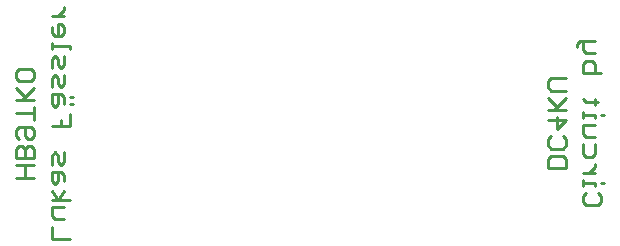
<source format=gbo>
G75*
%MOIN*%
%OFA0B0*%
%FSLAX25Y25*%
%IPPOS*%
%LPD*%
%AMOC8*
5,1,8,0,0,1.08239X$1,22.5*
%
%ADD10C,0.00900*%
D10*
X0037104Y0050344D02*
X0037104Y0054415D01*
X0038122Y0056790D02*
X0037104Y0057807D01*
X0037104Y0060860D01*
X0041174Y0060860D01*
X0039139Y0063235D02*
X0041174Y0066288D01*
X0039139Y0063235D02*
X0037104Y0066288D01*
X0037104Y0063235D02*
X0043209Y0063235D01*
X0041174Y0069624D02*
X0041174Y0071659D01*
X0040157Y0072677D01*
X0037104Y0072677D01*
X0037104Y0069624D01*
X0038122Y0068607D01*
X0039139Y0069624D01*
X0039139Y0072677D01*
X0040157Y0075052D02*
X0041174Y0076070D01*
X0041174Y0079122D01*
X0039139Y0078105D02*
X0039139Y0076070D01*
X0040157Y0075052D01*
X0037104Y0075052D02*
X0037104Y0078105D01*
X0038122Y0079122D01*
X0039139Y0078105D01*
X0031398Y0077201D02*
X0031398Y0080253D01*
X0030381Y0081271D01*
X0029363Y0081271D01*
X0028346Y0080253D01*
X0028346Y0077201D01*
X0028346Y0080253D02*
X0027328Y0081271D01*
X0026311Y0081271D01*
X0025293Y0080253D01*
X0025293Y0077201D01*
X0031398Y0077201D01*
X0031398Y0074825D02*
X0025293Y0074825D01*
X0028346Y0074825D02*
X0028346Y0070755D01*
X0031398Y0070755D02*
X0025293Y0070755D01*
X0026311Y0083646D02*
X0025293Y0084664D01*
X0025293Y0086699D01*
X0026311Y0087716D01*
X0030381Y0087716D01*
X0031398Y0086699D01*
X0031398Y0084664D01*
X0030381Y0083646D01*
X0029363Y0083646D01*
X0028346Y0084664D01*
X0028346Y0087716D01*
X0031398Y0090092D02*
X0031398Y0094162D01*
X0031398Y0092127D02*
X0025293Y0092127D01*
X0025293Y0096537D02*
X0031398Y0096537D01*
X0028346Y0097555D02*
X0025293Y0100607D01*
X0026311Y0102983D02*
X0025293Y0104000D01*
X0025293Y0106035D01*
X0026311Y0107053D01*
X0030381Y0107053D01*
X0031398Y0106035D01*
X0031398Y0104000D01*
X0030381Y0102983D01*
X0026311Y0102983D01*
X0031398Y0100607D02*
X0027328Y0096537D01*
X0037104Y0095406D02*
X0038122Y0094389D01*
X0039139Y0095406D01*
X0039139Y0098459D01*
X0040157Y0098459D02*
X0041174Y0097441D01*
X0041174Y0095406D01*
X0043209Y0095406D02*
X0044227Y0095406D01*
X0044227Y0097441D02*
X0043209Y0097441D01*
X0040157Y0098459D02*
X0037104Y0098459D01*
X0037104Y0095406D01*
X0037104Y0100834D02*
X0037104Y0103887D01*
X0038122Y0104904D01*
X0039139Y0103887D01*
X0039139Y0101852D01*
X0040157Y0100834D01*
X0041174Y0101852D01*
X0041174Y0104904D01*
X0040157Y0107280D02*
X0039139Y0108297D01*
X0039139Y0110332D01*
X0038122Y0111350D01*
X0037104Y0110332D01*
X0037104Y0107280D01*
X0040157Y0107280D02*
X0041174Y0108297D01*
X0041174Y0111350D01*
X0043209Y0113725D02*
X0043209Y0114743D01*
X0037104Y0114743D01*
X0037104Y0115760D02*
X0037104Y0113725D01*
X0038122Y0118022D02*
X0037104Y0119040D01*
X0037104Y0121075D01*
X0039139Y0122092D02*
X0039139Y0118022D01*
X0038122Y0118022D02*
X0040157Y0118022D01*
X0041174Y0119040D01*
X0041174Y0121075D01*
X0040157Y0122092D01*
X0039139Y0122092D01*
X0039139Y0124468D02*
X0041174Y0126503D01*
X0041174Y0127520D01*
X0041174Y0124468D02*
X0037104Y0124468D01*
X0043209Y0092013D02*
X0043209Y0087943D01*
X0037104Y0087943D01*
X0040157Y0087943D02*
X0040157Y0089978D01*
X0041174Y0056790D02*
X0038122Y0056790D01*
X0037104Y0050344D02*
X0043209Y0050344D01*
X0202459Y0073978D02*
X0202459Y0077031D01*
X0203476Y0078048D01*
X0207546Y0078048D01*
X0208564Y0077031D01*
X0208564Y0073978D01*
X0202459Y0073978D01*
X0203476Y0080423D02*
X0202459Y0081441D01*
X0202459Y0083476D01*
X0203476Y0084494D01*
X0205511Y0086869D02*
X0205511Y0090939D01*
X0202459Y0089922D02*
X0208564Y0089922D01*
X0205511Y0086869D01*
X0207546Y0084494D02*
X0208564Y0083476D01*
X0208564Y0081441D01*
X0207546Y0080423D01*
X0203476Y0080423D01*
X0214270Y0081808D02*
X0214270Y0078755D01*
X0215287Y0077738D01*
X0217322Y0077738D01*
X0218340Y0078755D01*
X0218340Y0081808D01*
X0218340Y0084183D02*
X0215287Y0084183D01*
X0214270Y0085201D01*
X0214270Y0088253D01*
X0218340Y0088253D01*
X0218340Y0090629D02*
X0218340Y0091646D01*
X0214270Y0091646D01*
X0214270Y0090629D02*
X0214270Y0092664D01*
X0215287Y0095943D02*
X0214270Y0096961D01*
X0215287Y0095943D02*
X0219357Y0095943D01*
X0218340Y0094926D02*
X0218340Y0096961D01*
X0220375Y0091646D02*
X0221392Y0091646D01*
X0208564Y0093314D02*
X0202459Y0093314D01*
X0204494Y0093314D02*
X0208564Y0097385D01*
X0208564Y0099760D02*
X0203476Y0099760D01*
X0202459Y0100777D01*
X0202459Y0102813D01*
X0203476Y0103830D01*
X0208564Y0103830D01*
X0214270Y0105668D02*
X0214270Y0108721D01*
X0215287Y0109738D01*
X0217322Y0109738D01*
X0218340Y0108721D01*
X0218340Y0105668D01*
X0220375Y0105668D02*
X0214270Y0105668D01*
X0215287Y0112114D02*
X0214270Y0113131D01*
X0214270Y0116184D01*
X0213252Y0116184D02*
X0212234Y0115166D01*
X0212234Y0114149D01*
X0213252Y0116184D02*
X0218340Y0116184D01*
X0218340Y0112114D02*
X0215287Y0112114D01*
X0202459Y0097385D02*
X0205511Y0094332D01*
X0218340Y0075419D02*
X0218340Y0074402D01*
X0216305Y0072367D01*
X0214270Y0072367D02*
X0218340Y0072367D01*
X0218340Y0069087D02*
X0214270Y0069087D01*
X0214270Y0068070D02*
X0214270Y0070105D01*
X0218340Y0069087D02*
X0218340Y0068070D01*
X0220375Y0069087D02*
X0221392Y0069087D01*
X0219357Y0065694D02*
X0220375Y0064677D01*
X0220375Y0062642D01*
X0219357Y0061624D01*
X0215287Y0061624D01*
X0214270Y0062642D01*
X0214270Y0064677D01*
X0215287Y0065694D01*
M02*

</source>
